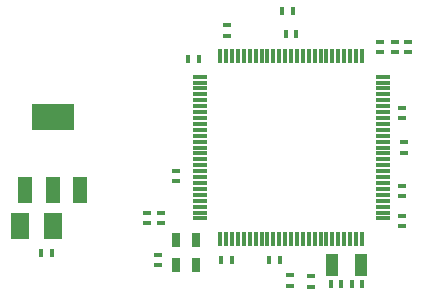
<source format=gbp>
G75*
%MOIN*%
%OFA0B0*%
%FSLAX25Y25*%
%IPPOS*%
%LPD*%
%AMOC8*
5,1,8,0,0,1.08239X$1,22.5*
%
%ADD10R,0.01800X0.03000*%
%ADD11R,0.03000X0.01800*%
%ADD12R,0.04331X0.07480*%
%ADD13R,0.02500X0.05000*%
%ADD14R,0.04724X0.01260*%
%ADD15R,0.01260X0.04724*%
%ADD16R,0.06299X0.08661*%
%ADD17R,0.04800X0.08800*%
%ADD18R,0.14173X0.08661*%
D10*
X0046282Y0027500D03*
X0049882Y0027500D03*
X0106282Y0025000D03*
X0109882Y0025000D03*
X0122282Y0025000D03*
X0125882Y0025000D03*
X0142782Y0017000D03*
X0146382Y0017000D03*
X0149782Y0017000D03*
X0153382Y0017000D03*
X0098882Y0092000D03*
X0095282Y0092000D03*
X0126534Y0108000D03*
X0130134Y0108000D03*
X0131382Y0100500D03*
X0127782Y0100500D03*
D11*
X0108082Y0099700D03*
X0108082Y0103300D03*
X0159082Y0097800D03*
X0164082Y0097800D03*
X0168582Y0097800D03*
X0168582Y0094200D03*
X0164082Y0094200D03*
X0159082Y0094200D03*
X0166582Y0075800D03*
X0166582Y0072200D03*
X0167082Y0064300D03*
X0167082Y0060700D03*
X0166582Y0049800D03*
X0166582Y0046200D03*
X0166582Y0039800D03*
X0166582Y0036200D03*
X0136082Y0019548D03*
X0136082Y0015948D03*
X0129082Y0016452D03*
X0129082Y0020052D03*
X0086082Y0037200D03*
X0081582Y0037200D03*
X0081582Y0040800D03*
X0086082Y0040800D03*
X0091082Y0051200D03*
X0091082Y0054800D03*
X0085082Y0026800D03*
X0085082Y0023200D03*
D12*
X0143161Y0023500D03*
X0153004Y0023500D03*
D13*
X0097882Y0023200D03*
X0091282Y0023200D03*
X0091282Y0031800D03*
X0097882Y0031800D03*
D14*
X0099071Y0038878D03*
X0099071Y0040846D03*
X0099071Y0042815D03*
X0099071Y0044783D03*
X0099071Y0046752D03*
X0099071Y0048720D03*
X0099071Y0050689D03*
X0099071Y0052657D03*
X0099071Y0054626D03*
X0099071Y0056594D03*
X0099071Y0058563D03*
X0099071Y0060531D03*
X0099071Y0062500D03*
X0099071Y0064469D03*
X0099071Y0066437D03*
X0099071Y0068406D03*
X0099071Y0070374D03*
X0099071Y0072343D03*
X0099071Y0074311D03*
X0099071Y0076280D03*
X0099071Y0078248D03*
X0099071Y0080217D03*
X0099071Y0082185D03*
X0099071Y0084154D03*
X0099071Y0086122D03*
X0160094Y0086122D03*
X0160094Y0084154D03*
X0160094Y0082185D03*
X0160094Y0080217D03*
X0160094Y0078248D03*
X0160094Y0076280D03*
X0160094Y0074311D03*
X0160094Y0072343D03*
X0160094Y0070374D03*
X0160094Y0068406D03*
X0160094Y0066437D03*
X0160094Y0064469D03*
X0160094Y0062500D03*
X0160094Y0060531D03*
X0160094Y0058563D03*
X0160094Y0056594D03*
X0160094Y0054626D03*
X0160094Y0052657D03*
X0160094Y0050689D03*
X0160094Y0048720D03*
X0160094Y0046752D03*
X0160094Y0044783D03*
X0160094Y0042815D03*
X0160094Y0040846D03*
X0160094Y0038878D03*
D15*
X0153204Y0031988D03*
X0151236Y0031988D03*
X0149267Y0031988D03*
X0147299Y0031988D03*
X0145330Y0031988D03*
X0143362Y0031988D03*
X0141393Y0031988D03*
X0139425Y0031988D03*
X0137456Y0031988D03*
X0135488Y0031988D03*
X0133519Y0031988D03*
X0131551Y0031988D03*
X0129582Y0031988D03*
X0127614Y0031988D03*
X0125645Y0031988D03*
X0123677Y0031988D03*
X0121708Y0031988D03*
X0119740Y0031988D03*
X0117771Y0031988D03*
X0115803Y0031988D03*
X0113834Y0031988D03*
X0111866Y0031988D03*
X0109897Y0031988D03*
X0107929Y0031988D03*
X0105960Y0031988D03*
X0105960Y0093012D03*
X0107929Y0093012D03*
X0109897Y0093012D03*
X0111866Y0093012D03*
X0113834Y0093012D03*
X0115803Y0093012D03*
X0117771Y0093012D03*
X0119740Y0093012D03*
X0121708Y0093012D03*
X0123677Y0093012D03*
X0125645Y0093012D03*
X0127614Y0093012D03*
X0129582Y0093012D03*
X0131551Y0093012D03*
X0133519Y0093012D03*
X0135488Y0093012D03*
X0137456Y0093012D03*
X0139425Y0093012D03*
X0141393Y0093012D03*
X0143362Y0093012D03*
X0145330Y0093012D03*
X0147299Y0093012D03*
X0149267Y0093012D03*
X0151236Y0093012D03*
X0153204Y0093012D03*
D16*
X0050094Y0036500D03*
X0039071Y0036500D03*
D17*
X0040982Y0048300D03*
X0050082Y0048300D03*
X0059182Y0048300D03*
D18*
X0050082Y0072701D03*
M02*

</source>
